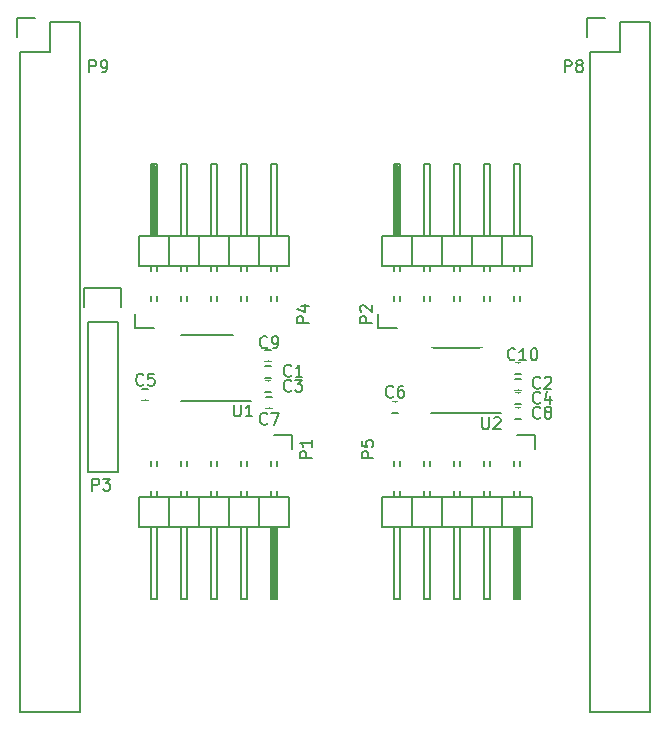
<source format=gto>
G04 #@! TF.FileFunction,Legend,Top*
%FSLAX46Y46*%
G04 Gerber Fmt 4.6, Leading zero omitted, Abs format (unit mm)*
G04 Created by KiCad (PCBNEW 4.0.3-stable) date 11/17/16 00:27:15*
%MOMM*%
%LPD*%
G01*
G04 APERTURE LIST*
%ADD10C,0.100000*%
%ADD11C,0.150000*%
%ADD12R,1.000000X0.900000*%
%ADD13R,2.127200X2.127200*%
%ADD14O,2.127200X2.127200*%
%ADD15R,1.900000X0.850000*%
%ADD16R,2.432000X2.127200*%
%ADD17O,2.432000X2.127200*%
G04 APERTURE END LIST*
D10*
D11*
X98109488Y-123804438D02*
X97609488Y-123804438D01*
X97609488Y-124754438D02*
X98109488Y-124754438D01*
X119249000Y-124874000D02*
X118749000Y-124874000D01*
X118749000Y-125824000D02*
X119249000Y-125824000D01*
X97609488Y-125951000D02*
X98109488Y-125951000D01*
X98109488Y-125001000D02*
X97609488Y-125001000D01*
X118749000Y-126967000D02*
X119249000Y-126967000D01*
X119249000Y-126017000D02*
X118749000Y-126017000D01*
X87195488Y-126659438D02*
X87695488Y-126659438D01*
X87695488Y-125709438D02*
X87195488Y-125709438D01*
X108335000Y-127729000D02*
X108835000Y-127729000D01*
X108835000Y-126779000D02*
X108335000Y-126779000D01*
X97667000Y-127348000D02*
X98167000Y-127348000D01*
X98167000Y-126398000D02*
X97667000Y-126398000D01*
X118749000Y-128237000D02*
X119249000Y-128237000D01*
X119249000Y-127287000D02*
X118749000Y-127287000D01*
X97609488Y-123357438D02*
X98109488Y-123357438D01*
X98109488Y-122407438D02*
X97609488Y-122407438D01*
X118749000Y-124427000D02*
X119249000Y-124427000D01*
X119249000Y-123477000D02*
X118749000Y-123477000D01*
X130175000Y-153035000D02*
X130175000Y-94615000D01*
X125095000Y-153035000D02*
X125095000Y-97155000D01*
X130175000Y-153035000D02*
X125095000Y-153035000D01*
X130175000Y-94615000D02*
X127635000Y-94615000D01*
X126365000Y-94335000D02*
X124815000Y-94335000D01*
X127635000Y-94615000D02*
X127635000Y-97155000D01*
X127635000Y-97155000D02*
X125095000Y-97155000D01*
X124815000Y-94335000D02*
X124815000Y-95885000D01*
X81915000Y-153035000D02*
X81915000Y-94615000D01*
X76835000Y-153035000D02*
X76835000Y-97155000D01*
X81915000Y-153035000D02*
X76835000Y-153035000D01*
X81915000Y-94615000D02*
X79375000Y-94615000D01*
X78105000Y-94335000D02*
X76555000Y-94335000D01*
X79375000Y-94615000D02*
X79375000Y-97155000D01*
X79375000Y-97155000D02*
X76835000Y-97155000D01*
X76555000Y-94335000D02*
X76555000Y-95885000D01*
X94852488Y-121162438D02*
X90452488Y-121162438D01*
X96427488Y-126687438D02*
X90452488Y-126687438D01*
X115992000Y-122254000D02*
X111592000Y-122254000D01*
X117567000Y-127779000D02*
X111592000Y-127779000D01*
X85090000Y-120015000D02*
X85090000Y-132715000D01*
X85090000Y-132715000D02*
X82550000Y-132715000D01*
X82550000Y-132715000D02*
X82550000Y-120015000D01*
X85370000Y-117195000D02*
X85370000Y-118745000D01*
X85090000Y-120015000D02*
X82550000Y-120015000D01*
X82270000Y-118745000D02*
X82270000Y-117195000D01*
X82270000Y-117195000D02*
X85370000Y-117195000D01*
X87884000Y-132308600D02*
X87884000Y-131800600D01*
X88392000Y-132308600D02*
X88392000Y-131800600D01*
X90424000Y-132308600D02*
X90424000Y-131800600D01*
X90932000Y-132308600D02*
X90932000Y-131800600D01*
X98552000Y-132308600D02*
X98552000Y-131800600D01*
X98044000Y-132308600D02*
X98044000Y-131800600D01*
X92964000Y-132308600D02*
X92964000Y-131800600D01*
X93472000Y-132308600D02*
X93472000Y-131800600D01*
X95504000Y-132308600D02*
X95504000Y-131800600D01*
X96012000Y-132308600D02*
X96012000Y-131800600D01*
X87884000Y-134848600D02*
X87884000Y-134340600D01*
X88392000Y-134848600D02*
X88392000Y-134340600D01*
X98552000Y-134848600D02*
X98552000Y-134340600D01*
X98044000Y-134848600D02*
X98044000Y-134340600D01*
X96012000Y-134848600D02*
X96012000Y-134340600D01*
X95504000Y-134848600D02*
X95504000Y-134340600D01*
X90424000Y-134848600D02*
X90424000Y-134340600D01*
X90932000Y-134848600D02*
X90932000Y-134340600D01*
X92964000Y-134848600D02*
X92964000Y-134340600D01*
X93472000Y-134848600D02*
X93472000Y-134340600D01*
X99848000Y-130784600D02*
X99848000Y-129634600D01*
X99848000Y-129634600D02*
X98298000Y-129634600D01*
X98425000Y-137388600D02*
X98425000Y-143357600D01*
X98425000Y-143357600D02*
X98171000Y-143357600D01*
X98171000Y-143357600D02*
X98171000Y-137515600D01*
X98171000Y-137515600D02*
X98298000Y-137515600D01*
X98298000Y-137515600D02*
X98298000Y-143357600D01*
X89408000Y-134848600D02*
X89408000Y-137388600D01*
X89408000Y-134848600D02*
X86868000Y-134848600D01*
X88392000Y-137388600D02*
X88392000Y-143484600D01*
X88392000Y-143484600D02*
X87884000Y-143484600D01*
X87884000Y-143484600D02*
X87884000Y-137388600D01*
X86868000Y-137388600D02*
X89408000Y-137388600D01*
X86868000Y-134848600D02*
X86868000Y-137388600D01*
X94488000Y-134848600D02*
X94488000Y-137388600D01*
X94488000Y-134848600D02*
X91948000Y-134848600D01*
X91948000Y-134848600D02*
X91948000Y-137388600D01*
X93472000Y-137388600D02*
X93472000Y-143484600D01*
X93472000Y-143484600D02*
X92964000Y-143484600D01*
X92964000Y-143484600D02*
X92964000Y-137388600D01*
X91948000Y-137388600D02*
X94488000Y-137388600D01*
X89408000Y-137388600D02*
X91948000Y-137388600D01*
X90424000Y-143484600D02*
X90424000Y-137388600D01*
X90932000Y-143484600D02*
X90424000Y-143484600D01*
X90932000Y-137388600D02*
X90932000Y-143484600D01*
X89408000Y-134848600D02*
X89408000Y-137388600D01*
X91948000Y-134848600D02*
X89408000Y-134848600D01*
X91948000Y-134848600D02*
X91948000Y-137388600D01*
X97028000Y-134848600D02*
X97028000Y-137388600D01*
X97028000Y-134848600D02*
X94488000Y-134848600D01*
X94488000Y-134848600D02*
X94488000Y-137388600D01*
X96012000Y-137388600D02*
X96012000Y-143484600D01*
X96012000Y-143484600D02*
X95504000Y-143484600D01*
X95504000Y-143484600D02*
X95504000Y-137388600D01*
X94488000Y-137388600D02*
X97028000Y-137388600D01*
X97028000Y-137388600D02*
X99568000Y-137388600D01*
X98044000Y-143484600D02*
X98044000Y-137388600D01*
X98552000Y-143484600D02*
X98044000Y-143484600D01*
X98552000Y-137388600D02*
X98552000Y-143484600D01*
X97028000Y-134848600D02*
X97028000Y-137388600D01*
X99568000Y-134848600D02*
X97028000Y-134848600D01*
X99568000Y-134848600D02*
X99568000Y-137388600D01*
X119126000Y-117856000D02*
X119126000Y-118364000D01*
X118618000Y-117856000D02*
X118618000Y-118364000D01*
X116586000Y-117856000D02*
X116586000Y-118364000D01*
X116078000Y-117856000D02*
X116078000Y-118364000D01*
X108458000Y-117856000D02*
X108458000Y-118364000D01*
X108966000Y-117856000D02*
X108966000Y-118364000D01*
X114046000Y-117856000D02*
X114046000Y-118364000D01*
X113538000Y-117856000D02*
X113538000Y-118364000D01*
X111506000Y-117856000D02*
X111506000Y-118364000D01*
X110998000Y-117856000D02*
X110998000Y-118364000D01*
X119126000Y-115316000D02*
X119126000Y-115824000D01*
X118618000Y-115316000D02*
X118618000Y-115824000D01*
X108458000Y-115316000D02*
X108458000Y-115824000D01*
X108966000Y-115316000D02*
X108966000Y-115824000D01*
X110998000Y-115316000D02*
X110998000Y-115824000D01*
X111506000Y-115316000D02*
X111506000Y-115824000D01*
X116586000Y-115316000D02*
X116586000Y-115824000D01*
X116078000Y-115316000D02*
X116078000Y-115824000D01*
X114046000Y-115316000D02*
X114046000Y-115824000D01*
X113538000Y-115316000D02*
X113538000Y-115824000D01*
X107162000Y-119380000D02*
X107162000Y-120530000D01*
X107162000Y-120530000D02*
X108712000Y-120530000D01*
X108585000Y-112776000D02*
X108585000Y-106807000D01*
X108585000Y-106807000D02*
X108839000Y-106807000D01*
X108839000Y-106807000D02*
X108839000Y-112649000D01*
X108839000Y-112649000D02*
X108712000Y-112649000D01*
X108712000Y-112649000D02*
X108712000Y-106807000D01*
X117602000Y-115316000D02*
X117602000Y-112776000D01*
X117602000Y-115316000D02*
X120142000Y-115316000D01*
X118618000Y-112776000D02*
X118618000Y-106680000D01*
X118618000Y-106680000D02*
X119126000Y-106680000D01*
X119126000Y-106680000D02*
X119126000Y-112776000D01*
X120142000Y-112776000D02*
X117602000Y-112776000D01*
X120142000Y-115316000D02*
X120142000Y-112776000D01*
X112522000Y-115316000D02*
X112522000Y-112776000D01*
X112522000Y-115316000D02*
X115062000Y-115316000D01*
X115062000Y-115316000D02*
X115062000Y-112776000D01*
X113538000Y-112776000D02*
X113538000Y-106680000D01*
X113538000Y-106680000D02*
X114046000Y-106680000D01*
X114046000Y-106680000D02*
X114046000Y-112776000D01*
X115062000Y-112776000D02*
X112522000Y-112776000D01*
X117602000Y-112776000D02*
X115062000Y-112776000D01*
X116586000Y-106680000D02*
X116586000Y-112776000D01*
X116078000Y-106680000D02*
X116586000Y-106680000D01*
X116078000Y-112776000D02*
X116078000Y-106680000D01*
X117602000Y-115316000D02*
X117602000Y-112776000D01*
X115062000Y-115316000D02*
X117602000Y-115316000D01*
X115062000Y-115316000D02*
X115062000Y-112776000D01*
X109982000Y-115316000D02*
X109982000Y-112776000D01*
X109982000Y-115316000D02*
X112522000Y-115316000D01*
X112522000Y-115316000D02*
X112522000Y-112776000D01*
X110998000Y-112776000D02*
X110998000Y-106680000D01*
X110998000Y-106680000D02*
X111506000Y-106680000D01*
X111506000Y-106680000D02*
X111506000Y-112776000D01*
X112522000Y-112776000D02*
X109982000Y-112776000D01*
X109982000Y-112776000D02*
X107442000Y-112776000D01*
X108966000Y-106680000D02*
X108966000Y-112776000D01*
X108458000Y-106680000D02*
X108966000Y-106680000D01*
X108458000Y-112776000D02*
X108458000Y-106680000D01*
X109982000Y-115316000D02*
X109982000Y-112776000D01*
X107442000Y-115316000D02*
X109982000Y-115316000D01*
X107442000Y-115316000D02*
X107442000Y-112776000D01*
X98552000Y-117856000D02*
X98552000Y-118364000D01*
X98044000Y-117856000D02*
X98044000Y-118364000D01*
X96012000Y-117856000D02*
X96012000Y-118364000D01*
X95504000Y-117856000D02*
X95504000Y-118364000D01*
X87884000Y-117856000D02*
X87884000Y-118364000D01*
X88392000Y-117856000D02*
X88392000Y-118364000D01*
X93472000Y-117856000D02*
X93472000Y-118364000D01*
X92964000Y-117856000D02*
X92964000Y-118364000D01*
X90932000Y-117856000D02*
X90932000Y-118364000D01*
X90424000Y-117856000D02*
X90424000Y-118364000D01*
X98552000Y-115316000D02*
X98552000Y-115824000D01*
X98044000Y-115316000D02*
X98044000Y-115824000D01*
X87884000Y-115316000D02*
X87884000Y-115824000D01*
X88392000Y-115316000D02*
X88392000Y-115824000D01*
X90424000Y-115316000D02*
X90424000Y-115824000D01*
X90932000Y-115316000D02*
X90932000Y-115824000D01*
X96012000Y-115316000D02*
X96012000Y-115824000D01*
X95504000Y-115316000D02*
X95504000Y-115824000D01*
X93472000Y-115316000D02*
X93472000Y-115824000D01*
X92964000Y-115316000D02*
X92964000Y-115824000D01*
X86588000Y-119380000D02*
X86588000Y-120530000D01*
X86588000Y-120530000D02*
X88138000Y-120530000D01*
X88011000Y-112776000D02*
X88011000Y-106807000D01*
X88011000Y-106807000D02*
X88265000Y-106807000D01*
X88265000Y-106807000D02*
X88265000Y-112649000D01*
X88265000Y-112649000D02*
X88138000Y-112649000D01*
X88138000Y-112649000D02*
X88138000Y-106807000D01*
X97028000Y-115316000D02*
X97028000Y-112776000D01*
X97028000Y-115316000D02*
X99568000Y-115316000D01*
X98044000Y-112776000D02*
X98044000Y-106680000D01*
X98044000Y-106680000D02*
X98552000Y-106680000D01*
X98552000Y-106680000D02*
X98552000Y-112776000D01*
X99568000Y-112776000D02*
X97028000Y-112776000D01*
X99568000Y-115316000D02*
X99568000Y-112776000D01*
X91948000Y-115316000D02*
X91948000Y-112776000D01*
X91948000Y-115316000D02*
X94488000Y-115316000D01*
X94488000Y-115316000D02*
X94488000Y-112776000D01*
X92964000Y-112776000D02*
X92964000Y-106680000D01*
X92964000Y-106680000D02*
X93472000Y-106680000D01*
X93472000Y-106680000D02*
X93472000Y-112776000D01*
X94488000Y-112776000D02*
X91948000Y-112776000D01*
X97028000Y-112776000D02*
X94488000Y-112776000D01*
X96012000Y-106680000D02*
X96012000Y-112776000D01*
X95504000Y-106680000D02*
X96012000Y-106680000D01*
X95504000Y-112776000D02*
X95504000Y-106680000D01*
X97028000Y-115316000D02*
X97028000Y-112776000D01*
X94488000Y-115316000D02*
X97028000Y-115316000D01*
X94488000Y-115316000D02*
X94488000Y-112776000D01*
X89408000Y-115316000D02*
X89408000Y-112776000D01*
X89408000Y-115316000D02*
X91948000Y-115316000D01*
X91948000Y-115316000D02*
X91948000Y-112776000D01*
X90424000Y-112776000D02*
X90424000Y-106680000D01*
X90424000Y-106680000D02*
X90932000Y-106680000D01*
X90932000Y-106680000D02*
X90932000Y-112776000D01*
X91948000Y-112776000D02*
X89408000Y-112776000D01*
X89408000Y-112776000D02*
X86868000Y-112776000D01*
X88392000Y-106680000D02*
X88392000Y-112776000D01*
X87884000Y-106680000D02*
X88392000Y-106680000D01*
X87884000Y-112776000D02*
X87884000Y-106680000D01*
X89408000Y-115316000D02*
X89408000Y-112776000D01*
X86868000Y-115316000D02*
X89408000Y-115316000D01*
X86868000Y-115316000D02*
X86868000Y-112776000D01*
X108458000Y-132308600D02*
X108458000Y-131800600D01*
X108966000Y-132308600D02*
X108966000Y-131800600D01*
X110998000Y-132308600D02*
X110998000Y-131800600D01*
X111506000Y-132308600D02*
X111506000Y-131800600D01*
X119126000Y-132308600D02*
X119126000Y-131800600D01*
X118618000Y-132308600D02*
X118618000Y-131800600D01*
X113538000Y-132308600D02*
X113538000Y-131800600D01*
X114046000Y-132308600D02*
X114046000Y-131800600D01*
X116078000Y-132308600D02*
X116078000Y-131800600D01*
X116586000Y-132308600D02*
X116586000Y-131800600D01*
X108458000Y-134848600D02*
X108458000Y-134340600D01*
X108966000Y-134848600D02*
X108966000Y-134340600D01*
X119126000Y-134848600D02*
X119126000Y-134340600D01*
X118618000Y-134848600D02*
X118618000Y-134340600D01*
X116586000Y-134848600D02*
X116586000Y-134340600D01*
X116078000Y-134848600D02*
X116078000Y-134340600D01*
X110998000Y-134848600D02*
X110998000Y-134340600D01*
X111506000Y-134848600D02*
X111506000Y-134340600D01*
X113538000Y-134848600D02*
X113538000Y-134340600D01*
X114046000Y-134848600D02*
X114046000Y-134340600D01*
X120422000Y-130784600D02*
X120422000Y-129634600D01*
X120422000Y-129634600D02*
X118872000Y-129634600D01*
X118999000Y-137388600D02*
X118999000Y-143357600D01*
X118999000Y-143357600D02*
X118745000Y-143357600D01*
X118745000Y-143357600D02*
X118745000Y-137515600D01*
X118745000Y-137515600D02*
X118872000Y-137515600D01*
X118872000Y-137515600D02*
X118872000Y-143357600D01*
X109982000Y-134848600D02*
X109982000Y-137388600D01*
X109982000Y-134848600D02*
X107442000Y-134848600D01*
X108966000Y-137388600D02*
X108966000Y-143484600D01*
X108966000Y-143484600D02*
X108458000Y-143484600D01*
X108458000Y-143484600D02*
X108458000Y-137388600D01*
X107442000Y-137388600D02*
X109982000Y-137388600D01*
X107442000Y-134848600D02*
X107442000Y-137388600D01*
X115062000Y-134848600D02*
X115062000Y-137388600D01*
X115062000Y-134848600D02*
X112522000Y-134848600D01*
X112522000Y-134848600D02*
X112522000Y-137388600D01*
X114046000Y-137388600D02*
X114046000Y-143484600D01*
X114046000Y-143484600D02*
X113538000Y-143484600D01*
X113538000Y-143484600D02*
X113538000Y-137388600D01*
X112522000Y-137388600D02*
X115062000Y-137388600D01*
X109982000Y-137388600D02*
X112522000Y-137388600D01*
X110998000Y-143484600D02*
X110998000Y-137388600D01*
X111506000Y-143484600D02*
X110998000Y-143484600D01*
X111506000Y-137388600D02*
X111506000Y-143484600D01*
X109982000Y-134848600D02*
X109982000Y-137388600D01*
X112522000Y-134848600D02*
X109982000Y-134848600D01*
X112522000Y-134848600D02*
X112522000Y-137388600D01*
X117602000Y-134848600D02*
X117602000Y-137388600D01*
X117602000Y-134848600D02*
X115062000Y-134848600D01*
X115062000Y-134848600D02*
X115062000Y-137388600D01*
X116586000Y-137388600D02*
X116586000Y-143484600D01*
X116586000Y-143484600D02*
X116078000Y-143484600D01*
X116078000Y-143484600D02*
X116078000Y-137388600D01*
X115062000Y-137388600D02*
X117602000Y-137388600D01*
X117602000Y-137388600D02*
X120142000Y-137388600D01*
X118618000Y-143484600D02*
X118618000Y-137388600D01*
X119126000Y-143484600D02*
X118618000Y-143484600D01*
X119126000Y-137388600D02*
X119126000Y-143484600D01*
X117602000Y-134848600D02*
X117602000Y-137388600D01*
X120142000Y-134848600D02*
X117602000Y-134848600D01*
X120142000Y-134848600D02*
X120142000Y-137388600D01*
X99782334Y-124563143D02*
X99734715Y-124610762D01*
X99591858Y-124658381D01*
X99496620Y-124658381D01*
X99353762Y-124610762D01*
X99258524Y-124515524D01*
X99210905Y-124420286D01*
X99163286Y-124229810D01*
X99163286Y-124086952D01*
X99210905Y-123896476D01*
X99258524Y-123801238D01*
X99353762Y-123706000D01*
X99496620Y-123658381D01*
X99591858Y-123658381D01*
X99734715Y-123706000D01*
X99782334Y-123753619D01*
X100734715Y-124658381D02*
X100163286Y-124658381D01*
X100449000Y-124658381D02*
X100449000Y-123658381D01*
X100353762Y-123801238D01*
X100258524Y-123896476D01*
X100163286Y-123944095D01*
X120864334Y-125579143D02*
X120816715Y-125626762D01*
X120673858Y-125674381D01*
X120578620Y-125674381D01*
X120435762Y-125626762D01*
X120340524Y-125531524D01*
X120292905Y-125436286D01*
X120245286Y-125245810D01*
X120245286Y-125102952D01*
X120292905Y-124912476D01*
X120340524Y-124817238D01*
X120435762Y-124722000D01*
X120578620Y-124674381D01*
X120673858Y-124674381D01*
X120816715Y-124722000D01*
X120864334Y-124769619D01*
X121245286Y-124769619D02*
X121292905Y-124722000D01*
X121388143Y-124674381D01*
X121626239Y-124674381D01*
X121721477Y-124722000D01*
X121769096Y-124769619D01*
X121816715Y-124864857D01*
X121816715Y-124960095D01*
X121769096Y-125102952D01*
X121197667Y-125674381D01*
X121816715Y-125674381D01*
X99782334Y-125833143D02*
X99734715Y-125880762D01*
X99591858Y-125928381D01*
X99496620Y-125928381D01*
X99353762Y-125880762D01*
X99258524Y-125785524D01*
X99210905Y-125690286D01*
X99163286Y-125499810D01*
X99163286Y-125356952D01*
X99210905Y-125166476D01*
X99258524Y-125071238D01*
X99353762Y-124976000D01*
X99496620Y-124928381D01*
X99591858Y-124928381D01*
X99734715Y-124976000D01*
X99782334Y-125023619D01*
X100115667Y-124928381D02*
X100734715Y-124928381D01*
X100401381Y-125309333D01*
X100544239Y-125309333D01*
X100639477Y-125356952D01*
X100687096Y-125404571D01*
X100734715Y-125499810D01*
X100734715Y-125737905D01*
X100687096Y-125833143D01*
X100639477Y-125880762D01*
X100544239Y-125928381D01*
X100258524Y-125928381D01*
X100163286Y-125880762D01*
X100115667Y-125833143D01*
X120864334Y-126849143D02*
X120816715Y-126896762D01*
X120673858Y-126944381D01*
X120578620Y-126944381D01*
X120435762Y-126896762D01*
X120340524Y-126801524D01*
X120292905Y-126706286D01*
X120245286Y-126515810D01*
X120245286Y-126372952D01*
X120292905Y-126182476D01*
X120340524Y-126087238D01*
X120435762Y-125992000D01*
X120578620Y-125944381D01*
X120673858Y-125944381D01*
X120816715Y-125992000D01*
X120864334Y-126039619D01*
X121721477Y-126277714D02*
X121721477Y-126944381D01*
X121483381Y-125896762D02*
X121245286Y-126611048D01*
X121864334Y-126611048D01*
X87278822Y-125325143D02*
X87231203Y-125372762D01*
X87088346Y-125420381D01*
X86993108Y-125420381D01*
X86850250Y-125372762D01*
X86755012Y-125277524D01*
X86707393Y-125182286D01*
X86659774Y-124991810D01*
X86659774Y-124848952D01*
X86707393Y-124658476D01*
X86755012Y-124563238D01*
X86850250Y-124468000D01*
X86993108Y-124420381D01*
X87088346Y-124420381D01*
X87231203Y-124468000D01*
X87278822Y-124515619D01*
X88183584Y-124420381D02*
X87707393Y-124420381D01*
X87659774Y-124896571D01*
X87707393Y-124848952D01*
X87802631Y-124801333D01*
X88040727Y-124801333D01*
X88135965Y-124848952D01*
X88183584Y-124896571D01*
X88231203Y-124991810D01*
X88231203Y-125229905D01*
X88183584Y-125325143D01*
X88135965Y-125372762D01*
X88040727Y-125420381D01*
X87802631Y-125420381D01*
X87707393Y-125372762D01*
X87659774Y-125325143D01*
X108418334Y-126341143D02*
X108370715Y-126388762D01*
X108227858Y-126436381D01*
X108132620Y-126436381D01*
X107989762Y-126388762D01*
X107894524Y-126293524D01*
X107846905Y-126198286D01*
X107799286Y-126007810D01*
X107799286Y-125864952D01*
X107846905Y-125674476D01*
X107894524Y-125579238D01*
X107989762Y-125484000D01*
X108132620Y-125436381D01*
X108227858Y-125436381D01*
X108370715Y-125484000D01*
X108418334Y-125531619D01*
X109275477Y-125436381D02*
X109085000Y-125436381D01*
X108989762Y-125484000D01*
X108942143Y-125531619D01*
X108846905Y-125674476D01*
X108799286Y-125864952D01*
X108799286Y-126245905D01*
X108846905Y-126341143D01*
X108894524Y-126388762D01*
X108989762Y-126436381D01*
X109180239Y-126436381D01*
X109275477Y-126388762D01*
X109323096Y-126341143D01*
X109370715Y-126245905D01*
X109370715Y-126007810D01*
X109323096Y-125912571D01*
X109275477Y-125864952D01*
X109180239Y-125817333D01*
X108989762Y-125817333D01*
X108894524Y-125864952D01*
X108846905Y-125912571D01*
X108799286Y-126007810D01*
X97750334Y-128627143D02*
X97702715Y-128674762D01*
X97559858Y-128722381D01*
X97464620Y-128722381D01*
X97321762Y-128674762D01*
X97226524Y-128579524D01*
X97178905Y-128484286D01*
X97131286Y-128293810D01*
X97131286Y-128150952D01*
X97178905Y-127960476D01*
X97226524Y-127865238D01*
X97321762Y-127770000D01*
X97464620Y-127722381D01*
X97559858Y-127722381D01*
X97702715Y-127770000D01*
X97750334Y-127817619D01*
X98083667Y-127722381D02*
X98750334Y-127722381D01*
X98321762Y-128722381D01*
X120864334Y-128119143D02*
X120816715Y-128166762D01*
X120673858Y-128214381D01*
X120578620Y-128214381D01*
X120435762Y-128166762D01*
X120340524Y-128071524D01*
X120292905Y-127976286D01*
X120245286Y-127785810D01*
X120245286Y-127642952D01*
X120292905Y-127452476D01*
X120340524Y-127357238D01*
X120435762Y-127262000D01*
X120578620Y-127214381D01*
X120673858Y-127214381D01*
X120816715Y-127262000D01*
X120864334Y-127309619D01*
X121435762Y-127642952D02*
X121340524Y-127595333D01*
X121292905Y-127547714D01*
X121245286Y-127452476D01*
X121245286Y-127404857D01*
X121292905Y-127309619D01*
X121340524Y-127262000D01*
X121435762Y-127214381D01*
X121626239Y-127214381D01*
X121721477Y-127262000D01*
X121769096Y-127309619D01*
X121816715Y-127404857D01*
X121816715Y-127452476D01*
X121769096Y-127547714D01*
X121721477Y-127595333D01*
X121626239Y-127642952D01*
X121435762Y-127642952D01*
X121340524Y-127690571D01*
X121292905Y-127738190D01*
X121245286Y-127833429D01*
X121245286Y-128023905D01*
X121292905Y-128119143D01*
X121340524Y-128166762D01*
X121435762Y-128214381D01*
X121626239Y-128214381D01*
X121721477Y-128166762D01*
X121769096Y-128119143D01*
X121816715Y-128023905D01*
X121816715Y-127833429D01*
X121769096Y-127738190D01*
X121721477Y-127690571D01*
X121626239Y-127642952D01*
X97750334Y-122150143D02*
X97702715Y-122197762D01*
X97559858Y-122245381D01*
X97464620Y-122245381D01*
X97321762Y-122197762D01*
X97226524Y-122102524D01*
X97178905Y-122007286D01*
X97131286Y-121816810D01*
X97131286Y-121673952D01*
X97178905Y-121483476D01*
X97226524Y-121388238D01*
X97321762Y-121293000D01*
X97464620Y-121245381D01*
X97559858Y-121245381D01*
X97702715Y-121293000D01*
X97750334Y-121340619D01*
X98226524Y-122245381D02*
X98417000Y-122245381D01*
X98512239Y-122197762D01*
X98559858Y-122150143D01*
X98655096Y-122007286D01*
X98702715Y-121816810D01*
X98702715Y-121435857D01*
X98655096Y-121340619D01*
X98607477Y-121293000D01*
X98512239Y-121245381D01*
X98321762Y-121245381D01*
X98226524Y-121293000D01*
X98178905Y-121340619D01*
X98131286Y-121435857D01*
X98131286Y-121673952D01*
X98178905Y-121769190D01*
X98226524Y-121816810D01*
X98321762Y-121864429D01*
X98512239Y-121864429D01*
X98607477Y-121816810D01*
X98655096Y-121769190D01*
X98702715Y-121673952D01*
X118737143Y-123166143D02*
X118689524Y-123213762D01*
X118546667Y-123261381D01*
X118451429Y-123261381D01*
X118308571Y-123213762D01*
X118213333Y-123118524D01*
X118165714Y-123023286D01*
X118118095Y-122832810D01*
X118118095Y-122689952D01*
X118165714Y-122499476D01*
X118213333Y-122404238D01*
X118308571Y-122309000D01*
X118451429Y-122261381D01*
X118546667Y-122261381D01*
X118689524Y-122309000D01*
X118737143Y-122356619D01*
X119689524Y-123261381D02*
X119118095Y-123261381D01*
X119403809Y-123261381D02*
X119403809Y-122261381D01*
X119308571Y-122404238D01*
X119213333Y-122499476D01*
X119118095Y-122547095D01*
X120308571Y-122261381D02*
X120403810Y-122261381D01*
X120499048Y-122309000D01*
X120546667Y-122356619D01*
X120594286Y-122451857D01*
X120641905Y-122642333D01*
X120641905Y-122880429D01*
X120594286Y-123070905D01*
X120546667Y-123166143D01*
X120499048Y-123213762D01*
X120403810Y-123261381D01*
X120308571Y-123261381D01*
X120213333Y-123213762D01*
X120165714Y-123166143D01*
X120118095Y-123070905D01*
X120070476Y-122880429D01*
X120070476Y-122642333D01*
X120118095Y-122451857D01*
X120165714Y-122356619D01*
X120213333Y-122309000D01*
X120308571Y-122261381D01*
X122959905Y-98877381D02*
X122959905Y-97877381D01*
X123340858Y-97877381D01*
X123436096Y-97925000D01*
X123483715Y-97972619D01*
X123531334Y-98067857D01*
X123531334Y-98210714D01*
X123483715Y-98305952D01*
X123436096Y-98353571D01*
X123340858Y-98401190D01*
X122959905Y-98401190D01*
X124102762Y-98305952D02*
X124007524Y-98258333D01*
X123959905Y-98210714D01*
X123912286Y-98115476D01*
X123912286Y-98067857D01*
X123959905Y-97972619D01*
X124007524Y-97925000D01*
X124102762Y-97877381D01*
X124293239Y-97877381D01*
X124388477Y-97925000D01*
X124436096Y-97972619D01*
X124483715Y-98067857D01*
X124483715Y-98115476D01*
X124436096Y-98210714D01*
X124388477Y-98258333D01*
X124293239Y-98305952D01*
X124102762Y-98305952D01*
X124007524Y-98353571D01*
X123959905Y-98401190D01*
X123912286Y-98496429D01*
X123912286Y-98686905D01*
X123959905Y-98782143D01*
X124007524Y-98829762D01*
X124102762Y-98877381D01*
X124293239Y-98877381D01*
X124388477Y-98829762D01*
X124436096Y-98782143D01*
X124483715Y-98686905D01*
X124483715Y-98496429D01*
X124436096Y-98401190D01*
X124388477Y-98353571D01*
X124293239Y-98305952D01*
X82700905Y-98877381D02*
X82700905Y-97877381D01*
X83081858Y-97877381D01*
X83177096Y-97925000D01*
X83224715Y-97972619D01*
X83272334Y-98067857D01*
X83272334Y-98210714D01*
X83224715Y-98305952D01*
X83177096Y-98353571D01*
X83081858Y-98401190D01*
X82700905Y-98401190D01*
X83748524Y-98877381D02*
X83939000Y-98877381D01*
X84034239Y-98829762D01*
X84081858Y-98782143D01*
X84177096Y-98639286D01*
X84224715Y-98448810D01*
X84224715Y-98067857D01*
X84177096Y-97972619D01*
X84129477Y-97925000D01*
X84034239Y-97877381D01*
X83843762Y-97877381D01*
X83748524Y-97925000D01*
X83700905Y-97972619D01*
X83653286Y-98067857D01*
X83653286Y-98305952D01*
X83700905Y-98401190D01*
X83748524Y-98448810D01*
X83843762Y-98496429D01*
X84034239Y-98496429D01*
X84129477Y-98448810D01*
X84177096Y-98401190D01*
X84224715Y-98305952D01*
X94938583Y-127033819D02*
X94938583Y-127843343D01*
X94986202Y-127938581D01*
X95033821Y-127986200D01*
X95129059Y-128033819D01*
X95319536Y-128033819D01*
X95414774Y-127986200D01*
X95462393Y-127938581D01*
X95510012Y-127843343D01*
X95510012Y-127033819D01*
X96510012Y-128033819D02*
X95938583Y-128033819D01*
X96224297Y-128033819D02*
X96224297Y-127033819D01*
X96129059Y-127176676D01*
X96033821Y-127271914D01*
X95938583Y-127319533D01*
X115951095Y-128103381D02*
X115951095Y-128912905D01*
X115998714Y-129008143D01*
X116046333Y-129055762D01*
X116141571Y-129103381D01*
X116332048Y-129103381D01*
X116427286Y-129055762D01*
X116474905Y-129008143D01*
X116522524Y-128912905D01*
X116522524Y-128103381D01*
X116951095Y-128198619D02*
X116998714Y-128151000D01*
X117093952Y-128103381D01*
X117332048Y-128103381D01*
X117427286Y-128151000D01*
X117474905Y-128198619D01*
X117522524Y-128293857D01*
X117522524Y-128389095D01*
X117474905Y-128531952D01*
X116903476Y-129103381D01*
X117522524Y-129103381D01*
X82954905Y-134310381D02*
X82954905Y-133310381D01*
X83335858Y-133310381D01*
X83431096Y-133358000D01*
X83478715Y-133405619D01*
X83526334Y-133500857D01*
X83526334Y-133643714D01*
X83478715Y-133738952D01*
X83431096Y-133786571D01*
X83335858Y-133834190D01*
X82954905Y-133834190D01*
X83859667Y-133310381D02*
X84478715Y-133310381D01*
X84145381Y-133691333D01*
X84288239Y-133691333D01*
X84383477Y-133738952D01*
X84431096Y-133786571D01*
X84478715Y-133881810D01*
X84478715Y-134119905D01*
X84431096Y-134215143D01*
X84383477Y-134262762D01*
X84288239Y-134310381D01*
X84002524Y-134310381D01*
X83907286Y-134262762D01*
X83859667Y-134215143D01*
X101544381Y-131548095D02*
X100544381Y-131548095D01*
X100544381Y-131167142D01*
X100592000Y-131071904D01*
X100639619Y-131024285D01*
X100734857Y-130976666D01*
X100877714Y-130976666D01*
X100972952Y-131024285D01*
X101020571Y-131071904D01*
X101068190Y-131167142D01*
X101068190Y-131548095D01*
X101544381Y-130024285D02*
X101544381Y-130595714D01*
X101544381Y-130310000D02*
X100544381Y-130310000D01*
X100687238Y-130405238D01*
X100782476Y-130500476D01*
X100830095Y-130595714D01*
X106624381Y-120118095D02*
X105624381Y-120118095D01*
X105624381Y-119737142D01*
X105672000Y-119641904D01*
X105719619Y-119594285D01*
X105814857Y-119546666D01*
X105957714Y-119546666D01*
X106052952Y-119594285D01*
X106100571Y-119641904D01*
X106148190Y-119737142D01*
X106148190Y-120118095D01*
X105719619Y-119165714D02*
X105672000Y-119118095D01*
X105624381Y-119022857D01*
X105624381Y-118784761D01*
X105672000Y-118689523D01*
X105719619Y-118641904D01*
X105814857Y-118594285D01*
X105910095Y-118594285D01*
X106052952Y-118641904D01*
X106624381Y-119213333D01*
X106624381Y-118594285D01*
X101290381Y-120118095D02*
X100290381Y-120118095D01*
X100290381Y-119737142D01*
X100338000Y-119641904D01*
X100385619Y-119594285D01*
X100480857Y-119546666D01*
X100623714Y-119546666D01*
X100718952Y-119594285D01*
X100766571Y-119641904D01*
X100814190Y-119737142D01*
X100814190Y-120118095D01*
X100623714Y-118689523D02*
X101290381Y-118689523D01*
X100242762Y-118927619D02*
X100957048Y-119165714D01*
X100957048Y-118546666D01*
X106751381Y-131548095D02*
X105751381Y-131548095D01*
X105751381Y-131167142D01*
X105799000Y-131071904D01*
X105846619Y-131024285D01*
X105941857Y-130976666D01*
X106084714Y-130976666D01*
X106179952Y-131024285D01*
X106227571Y-131071904D01*
X106275190Y-131167142D01*
X106275190Y-131548095D01*
X105751381Y-130071904D02*
X105751381Y-130548095D01*
X106227571Y-130595714D01*
X106179952Y-130548095D01*
X106132333Y-130452857D01*
X106132333Y-130214761D01*
X106179952Y-130119523D01*
X106227571Y-130071904D01*
X106322810Y-130024285D01*
X106560905Y-130024285D01*
X106656143Y-130071904D01*
X106703762Y-130119523D01*
X106751381Y-130214761D01*
X106751381Y-130452857D01*
X106703762Y-130548095D01*
X106656143Y-130595714D01*
%LPC*%
D12*
X97309488Y-124279438D03*
X98409488Y-124279438D03*
X118449000Y-125349000D03*
X119549000Y-125349000D03*
X98409488Y-125476000D03*
X97309488Y-125476000D03*
X119549000Y-126492000D03*
X118449000Y-126492000D03*
X87995488Y-126184438D03*
X86895488Y-126184438D03*
X109135000Y-127254000D03*
X108035000Y-127254000D03*
X98467000Y-126873000D03*
X97367000Y-126873000D03*
X119549000Y-127762000D03*
X118449000Y-127762000D03*
X98409488Y-122882438D03*
X97309488Y-122882438D03*
X119549000Y-123952000D03*
X118449000Y-123952000D03*
D13*
X126365000Y-95885000D03*
D14*
X128905000Y-95885000D03*
X126365000Y-98425000D03*
X128905000Y-98425000D03*
X126365000Y-100965000D03*
X128905000Y-100965000D03*
X126365000Y-103505000D03*
X128905000Y-103505000D03*
X126365000Y-106045000D03*
X128905000Y-106045000D03*
X126365000Y-108585000D03*
X128905000Y-108585000D03*
X126365000Y-111125000D03*
X128905000Y-111125000D03*
X126365000Y-113665000D03*
X128905000Y-113665000D03*
X126365000Y-116205000D03*
X128905000Y-116205000D03*
X126365000Y-118745000D03*
X128905000Y-118745000D03*
X126365000Y-121285000D03*
X128905000Y-121285000D03*
X126365000Y-123825000D03*
X128905000Y-123825000D03*
X126365000Y-126365000D03*
X128905000Y-126365000D03*
X126365000Y-128905000D03*
X128905000Y-128905000D03*
X126365000Y-131445000D03*
X128905000Y-131445000D03*
X126365000Y-133985000D03*
X128905000Y-133985000D03*
X126365000Y-136525000D03*
X128905000Y-136525000D03*
X126365000Y-139065000D03*
X128905000Y-139065000D03*
X126365000Y-141605000D03*
X128905000Y-141605000D03*
X126365000Y-144145000D03*
X128905000Y-144145000D03*
X126365000Y-146685000D03*
X128905000Y-146685000D03*
X126365000Y-149225000D03*
X128905000Y-149225000D03*
X126365000Y-151765000D03*
X128905000Y-151765000D03*
D13*
X78105000Y-95885000D03*
D14*
X80645000Y-95885000D03*
X78105000Y-98425000D03*
X80645000Y-98425000D03*
X78105000Y-100965000D03*
X80645000Y-100965000D03*
X78105000Y-103505000D03*
X80645000Y-103505000D03*
X78105000Y-106045000D03*
X80645000Y-106045000D03*
X78105000Y-108585000D03*
X80645000Y-108585000D03*
X78105000Y-111125000D03*
X80645000Y-111125000D03*
X78105000Y-113665000D03*
X80645000Y-113665000D03*
X78105000Y-116205000D03*
X80645000Y-116205000D03*
X78105000Y-118745000D03*
X80645000Y-118745000D03*
X78105000Y-121285000D03*
X80645000Y-121285000D03*
X78105000Y-123825000D03*
X80645000Y-123825000D03*
X78105000Y-126365000D03*
X80645000Y-126365000D03*
X78105000Y-128905000D03*
X80645000Y-128905000D03*
X78105000Y-131445000D03*
X80645000Y-131445000D03*
X78105000Y-133985000D03*
X80645000Y-133985000D03*
X78105000Y-136525000D03*
X80645000Y-136525000D03*
X78105000Y-139065000D03*
X80645000Y-139065000D03*
X78105000Y-141605000D03*
X80645000Y-141605000D03*
X78105000Y-144145000D03*
X80645000Y-144145000D03*
X78105000Y-146685000D03*
X80645000Y-146685000D03*
X78105000Y-149225000D03*
X80645000Y-149225000D03*
X78105000Y-151765000D03*
X80645000Y-151765000D03*
D15*
X95602488Y-126162438D03*
X95602488Y-125512438D03*
X95602488Y-124862438D03*
X95602488Y-124212438D03*
X95602488Y-123562438D03*
X95602488Y-122912438D03*
X95602488Y-122262438D03*
X95602488Y-121612438D03*
X89702488Y-121612438D03*
X89702488Y-122262438D03*
X89702488Y-122912438D03*
X89702488Y-123562438D03*
X89702488Y-124212438D03*
X89702488Y-124862438D03*
X89702488Y-125512438D03*
X89702488Y-126162438D03*
X116742000Y-127254000D03*
X116742000Y-126604000D03*
X116742000Y-125954000D03*
X116742000Y-125304000D03*
X116742000Y-124654000D03*
X116742000Y-124004000D03*
X116742000Y-123354000D03*
X116742000Y-122704000D03*
X110842000Y-122704000D03*
X110842000Y-123354000D03*
X110842000Y-124004000D03*
X110842000Y-124654000D03*
X110842000Y-125304000D03*
X110842000Y-125954000D03*
X110842000Y-126604000D03*
X110842000Y-127254000D03*
D16*
X83820000Y-118745000D03*
D17*
X83820000Y-121285000D03*
X83820000Y-123825000D03*
X83820000Y-126365000D03*
X83820000Y-128905000D03*
X83820000Y-131445000D03*
D13*
X98298000Y-130784600D03*
D14*
X98298000Y-133324600D03*
X95758000Y-130784600D03*
X95758000Y-133324600D03*
X93218000Y-130784600D03*
X93218000Y-133324600D03*
X90678000Y-130784600D03*
X90678000Y-133324600D03*
X88138000Y-130784600D03*
X88138000Y-133324600D03*
D13*
X108712000Y-119380000D03*
D14*
X108712000Y-116840000D03*
X111252000Y-119380000D03*
X111252000Y-116840000D03*
X113792000Y-119380000D03*
X113792000Y-116840000D03*
X116332000Y-119380000D03*
X116332000Y-116840000D03*
X118872000Y-119380000D03*
X118872000Y-116840000D03*
D13*
X88138000Y-119380000D03*
D14*
X88138000Y-116840000D03*
X90678000Y-119380000D03*
X90678000Y-116840000D03*
X93218000Y-119380000D03*
X93218000Y-116840000D03*
X95758000Y-119380000D03*
X95758000Y-116840000D03*
X98298000Y-119380000D03*
X98298000Y-116840000D03*
D13*
X118872000Y-130784600D03*
D14*
X118872000Y-133324600D03*
X116332000Y-130784600D03*
X116332000Y-133324600D03*
X113792000Y-130784600D03*
X113792000Y-133324600D03*
X111252000Y-130784600D03*
X111252000Y-133324600D03*
X108712000Y-130784600D03*
X108712000Y-133324600D03*
M02*

</source>
